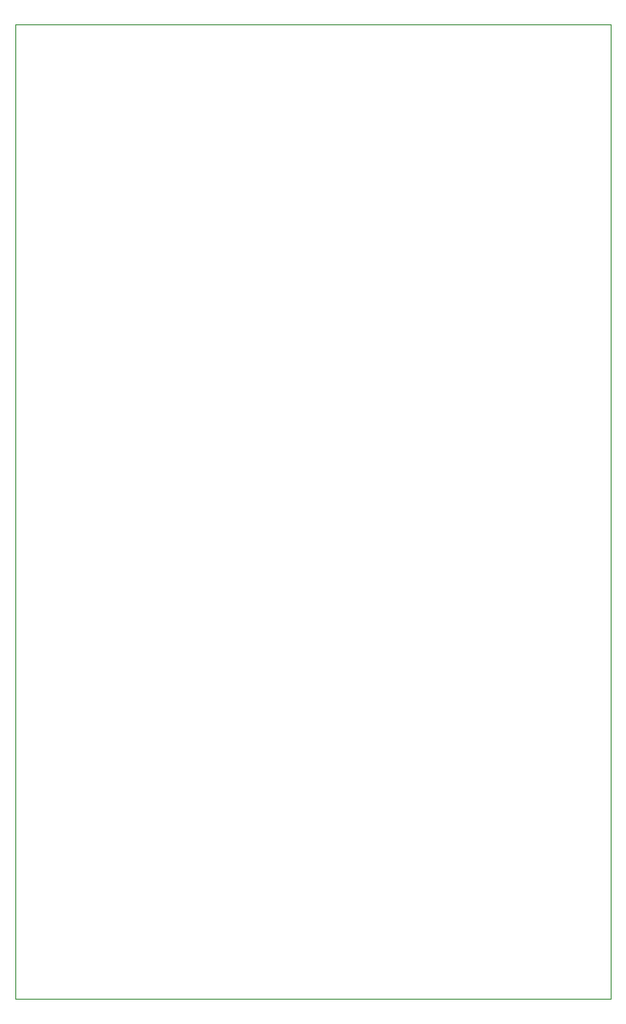
<source format=gbr>
G04 #@! TF.GenerationSoftware,KiCad,Pcbnew,5.1.5-52549c5~84~ubuntu18.04.1*
G04 #@! TF.CreationDate,2020-03-17T21:00:59-04:00*
G04 #@! TF.ProjectId,OBG-SVF-panelpcb,4f42472d-5356-4462-9d70-616e656c7063,rev?*
G04 #@! TF.SameCoordinates,Original*
G04 #@! TF.FileFunction,Profile,NP*
%FSLAX46Y46*%
G04 Gerber Fmt 4.6, Leading zero omitted, Abs format (unit mm)*
G04 Created by KiCad (PCBNEW 5.1.5-52549c5~84~ubuntu18.04.1) date 2020-03-17 21:00:59*
%MOMM*%
%LPD*%
G04 APERTURE LIST*
%ADD10C,0.100000*%
G04 APERTURE END LIST*
D10*
X111760000Y-154940000D02*
X111760000Y-63500000D01*
X167640000Y-154940000D02*
X111760000Y-154940000D01*
X167640000Y-63500000D02*
X167640000Y-154940000D01*
X111760000Y-63500000D02*
X167640000Y-63500000D01*
M02*

</source>
